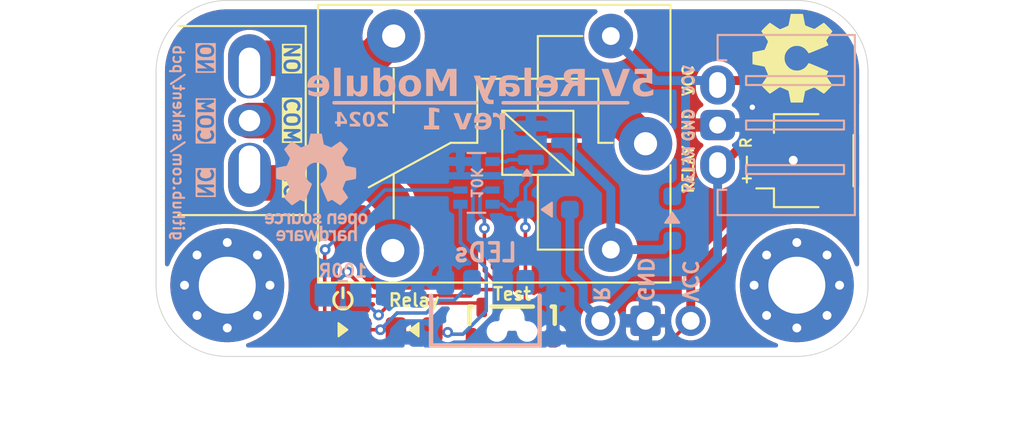
<source format=kicad_pcb>
(kicad_pcb (version 20240108) (generator "pcbnew") (generator_version "8.0")
  (layers (0 "F.Cu" signal) (31 "B.Cu" signal) (34 "B.Paste" user) (35 "F.Paste" user) (36 "B.SilkS" user "B.Silkscreen") (37 "F.SilkS" user "F.Silkscreen") (38 "B.Mask" user) (39 "F.Mask" user) (44 "Edge.Cuts" user))
  (net 0 "")
  (net 1 "+5V")
  (net 2 "GND")
  (net 3 "LED_GND")
  (net 4 "Net-(LED1-A)")
  (net 6 "RELAY_1_COIL")
  (net 7 "RELAY_1_MOSFET")
  (net 8 "RELAY_1_CONTROL")
  (net 9 "RELAY_1_SW_NO")
  (net 10 "RELAY_1_SW_NC")
  (net 11 "RELAY_1_SW_COMMON")
  (net 12 "Net-(LED0-A)")
  (net 13 "Net-(R1-Pad1)")
  (footprint "lcsc:SW-SMD_BZCN_TSA002A35XXX" (layer "F.Cu") (at 120 108.1 180)
    (property "Reference" "SW1" (hide yes))
    (property "Value" "Test Button")
    (pad "" np_thru_hole circle (at -0.85 -0.5 180) (size 0.65 0.65) (drill 0.65) (layers "F&B.Cu" "*.Mask"))
    (pad "" np_thru_hole circle (at 0.85 -0.5 180) (size 0.65 0.65) (drill 0.65) (layers "F&B.Cu" "*.Mask"))
    (pad "1" smd roundrect (at -1.7 0.85 180) (size 0.6 1.1) (layers "F.Cu" "F.Paste" "F.Mask") (net 7 "RELAY_1_MOSFET"))
    (pad "2" smd roundrect (at 1.7 0.85 180) (size 0.6 1.1) (layers "F.Cu" "F.Paste" "F.Mask") (net 13 "Net-(R1-Pad1)"))
    (pad "3" smd roundrect (at 2.3 -0.85 180) (size 0.6 1.1) (layers "F.Cu" "F.Paste" "F.Mask"))
    (pad "4" smd roundrect (at -2.3 -0.85 180) (size 0.6 1.1) (layers "F.Cu" "F.Paste" "F.Mask"))
  )
  (footprint "custom:Conn_Combo_TerminalBlock_P3.5_JST-XH_PH_1x03" (layer "F.Cu") (at 105.25 93.25 -90)
    (property "Reference" "J1" (hide yes))
    (property "Value" "P3.5")
    (pad "1" thru_hole oval (at 0.75 0 270) (size 3.6 2.4) (drill oval 2.7 1.2 (offset -0.3 0)) (layers "*.Cu" "*.Mask") (net 9 "RELAY_1_SW_NO"))
    (pad "2" thru_hole oval (at 3.5 0 270) (size 1.8 2.4) (drill oval 1.2) (layers "*.Cu" "*.Mask") (net 11 "RELAY_1_SW_COMMON"))
    (pad "3" thru_hole oval (at 6.25 0 270) (size 3.6 2.4) (drill oval 2.7 1.2 (offset 0.3 0)) (layers "*.Cu" "*.Mask") (net 10 "RELAY_1_SW_NC"))
  )
  (footprint "connector:JST_SH_SM03B-SRSS-TB_1x03-1MP_P1.00mm_Horizontal" (layer "F.Cu") (at 136.5 99 90)
    (property "Reference" "J0")
    (property "Value" "JST SH")
    (pad "1" smd roundrect (at -1 -2 90) (size 0.6 1.55) (layers "F.Cu" "F.Paste" "F.Mask") (net 1 "+5V"))
    (pad "2" smd roundrect (at 0 -2 90) (size 0.6 1.55) (layers "F.Cu" "F.Paste" "F.Mask") (net 2 "GND"))
    (pad "3" smd roundrect (at 1 -2 90) (size 0.6 1.55) (layers "F.Cu" "F.Paste" "F.Mask") (net 8 "RELAY_1_CONTROL"))
    (pad "MP" smd roundrect (at -2.3 1.875 90) (size 1.2 1.8) (layers "F.Cu" "F.Paste" "F.Mask") (roundrect_rratio 0.208333) (net 2 "GND"))
    (pad "MP" smd roundrect (at 2.3 1.875 90) (size 1.2 1.8) (layers "F.Cu" "F.Paste" "F.Mask") (roundrect_rratio 0.208333) (net 2 "GND"))
  )
  (footprint "custom:PinHeader_1x03_P2.54mm_Vertical_simple_pad2gnd" (layer "F.Cu") (at 130.04 108 -90)
    (property "Reference" "J10" (hide yes))
    (property "Value" "Pin Headers")
    (pad "1" thru_hole circle (at 0 0 270) (size 1.7 1.7) (drill 1) (layers "*.Cu" "*.Mask") (net 1 "+5V"))
    (pad "2" thru_hole roundrect (at 0 2.54 270) (size 1.7 1.7) (drill 1) (layers "*.Cu" "*.Mask") (roundrect_rratio 0.1470588235) (net 2 "GND"))
    (pad "3" thru_hole oval (at 0 5.08 270) (size 1.7 1.7) (drill 1) (layers "*.Cu" "*.Mask") (net 8 "RELAY_1_CONTROL"))
  )
  (footprint "MountingHole:MountingHole_3.2mm_M3_Pad_Via" (layer "F.Cu") (at 136 106)
    (property "Reference" "REF**" (hide yes))
    (property "Value" "MountingHole_3.2mm_M3_Pad_Via")
    (pad "1" thru_hole circle (at -2.4 0) (size 0.8 0.8) (drill 0.5) (layers "*.Cu" "*.Mask"))
    (pad "1" thru_hole circle (at -1.697056 -1.697056) (size 0.8 0.8) (drill 0.5) (layers "*.Cu" "*.Mask"))
    (pad "1" thru_hole circle (at -1.697056 1.697056) (size 0.8 0.8) (drill 0.5) (layers "*.Cu" "*.Mask"))
    (pad "1" thru_hole circle (at 0 -2.4) (size 0.8 0.8) (drill 0.5) (layers "*.Cu" "*.Mask"))
    (pad "1" thru_hole circle (at 0 0) (size 6.4 6.4) (drill 3.2) (layers "*.Cu" "*.Mask"))
    (pad "1" thru_hole circle (at 0 2.4) (size 0.8 0.8) (drill 0.5) (layers "*.Cu" "*.Mask"))
    (pad "1" thru_hole circle (at 1.697056 -1.697056) (size 0.8 0.8) (drill 0.5) (layers "*.Cu" "*.Mask"))
    (pad "1" thru_hole circle (at 1.697056 1.697056) (size 0.8 0.8) (drill 0.5) (layers "*.Cu" "*.Mask"))
    (pad "1" thru_hole circle (at 2.4 0) (size 0.8 0.8) (drill 0.5) (layers "*.Cu" "*.Mask"))
  )
  (footprint "custom:LED_0805_2012Metric_Pad1.15x1.40mm_HandSolder_simple" (layer "F.Cu") (at 114.5 108.5)
    (property "Reference" "LED1" (hide yes))
    (property "Value" "LED")
    (pad "1" smd roundrect (at -1.025 0) (size 1.15 1.4) (layers "F.Cu" "F.Paste" "F.Mask") (roundrect_rratio 0.217391) (net 3 "LED_GND"))
    (pad "2" smd roundrect (at 1.025 0) (size 1.15 1.4) (layers "F.Cu" "F.Paste" "F.Mask") (roundrect_rratio 0.217391) (net 4 "Net-(LED1-A)"))
  )
  (footprint "graphics:icon-power-1.5mm" (layer "F.Cu") (at 110.5 106.75)
    (property "Reference" "G***" (hide yes))
    (property "Value" "LOGO" (hide yes))
  )
  (footprint "custom:LED_0805_2012Metric_Pad1.15x1.40mm_HandSolder_simple" (layer "F.Cu") (at 110.5 108.5 180)
    (property "Reference" "LED0" (hide yes))
    (property "Value" "LED")
    (pad "1" smd roundrect (at -1.025 0 180) (size 1.15 1.4) (layers "F.Cu" "F.Paste" "F.Mask") (roundrect_rratio 0.217391) (net 3 "LED_GND"))
    (pad "2" smd roundrect (at 1.025 0 180) (size 1.15 1.4) (layers "F.Cu" "F.Paste" "F.Mask") (roundrect_rratio 0.217391) (net 12 "Net-(LED0-A)"))
  )
  (footprint "Relay_THT:Relay_SPDT_SANYOU_SRD_Series_Form_C" (layer "F.Cu") (at 127.5 98.05 180)
    (property "Reference" "K1" (hide yes))
    (property "Value" "Relay_SPDT")
    (pad "1" thru_hole circle (at 0 0 270) (size 3 3) (drill 1.3) (layers "*.Cu" "*.Mask") (net 11 "RELAY_1_SW_COMMON"))
    (pad "2" thru_hole circle (at 1.95 6.05 270) (size 2.5 2.5) (drill 1) (layers "*.Cu" "*.Mask") (net 1 "+5V"))
    (pad "3" thru_hole circle (at 14.15 6.05 270) (size 3 3) (drill 1.3) (layers "*.Cu" "*.Mask") (net 9 "RELAY_1_SW_NO"))
    (pad "4" thru_hole circle (at 14.2 -6 270) (size 3 3) (drill 1.3) (layers "*.Cu" "*.Mask") (net 10 "RELAY_1_SW_NC"))
    (pad "5" thru_hole circle (at 1.95 -5.95 270) (size 2.5 2.5) (drill 1) (layers "*.Cu" "*.Mask") (net 6 "RELAY_1_COIL"))
  )
  (footprint "MountingHole:MountingHole_3.2mm_M3_Pad_Via" (layer "F.Cu") (at 104 106)
    (property "Reference" "REF**" (hide yes))
    (property "Value" "MountingHole_3.2mm_M3_Pad_Via")
    (pad "1" thru_hole circle (at -2.4 0) (size 0.8 0.8) (drill 0.5) (layers "*.Cu" "*.Mask"))
    (pad "1" thru_hole circle (at -1.697056 -1.697056) (size 0.8 0.8) (drill 0.5) (layers "*.Cu" "*.Mask"))
    (pad "1" thru_hole circle (at -1.697056 1.697056) (size 0.8 0.8) (drill 0.5) (layers "*.Cu" "*.Mask"))
    (pad "1" thru_hole circle (at 0 -2.4) (size 0.8 0.8) (drill 0.5) (layers "*.Cu" "*.Mask"))
    (pad "1" thru_hole circle (at 0 0) (size 6.4 6.4) (drill 3.2) (layers "*.Cu" "*.Mask"))
    (pad "1" thru_hole circle (at 0 2.4) (size 0.8 0.8) (drill 0.5) (layers "*.Cu" "*.Mask"))
    (pad "1" thru_hole circle (at 1.697056 -1.697056) (size 0.8 0.8) (drill 0.5) (layers "*.Cu" "*.Mask"))
    (pad "1" thru_hole circle (at 1.697056 1.697056) (size 0.8 0.8) (drill 0.5) (layers "*.Cu" "*.Mask"))
    (pad "1" thru_hole circle (at 2.4 0) (size 0.8 0.8) (drill 0.5) (layers "*.Cu" "*.Mask"))
  )
  (footprint "graphics:oshw-logo-5mm" (layer "F.Cu") (at 135.75 93.25 90)
    (property "Reference" "G***" (hide yes))
    (property "Value" "LOGO" (hide yes))
  )
  (footprint "Symbol:OSHW-Logo_5.7x6mm_SilkScreen" (layer "B.Cu") (at 109 100.5 180)
    (property "Reference" "REF**" (hide yes))
    (property "Value" "OSHW-Logo_5.7x6mm_SilkScreen" (hide yes))
  )
  (footprint "Resistor_SMD:R_Array_Convex_4x0603" (layer "B.Cu") (at 118 100.25)
    (property "Reference" "RN1" (hide yes))
    (property "Value" "10K")
    (pad "1" smd rect (at -0.9 1.2) (size 0.8 0.5) (layers "B.Cu" "B.Paste" "B.Mask") (net 4 "Net-(LED1-A)"))
    (pad "2" smd rect (at -0.9 0.4) (size 0.8 0.4) (layers "B.Cu" "B.Paste" "B.Mask") (net 12 "Net-(LED0-A)"))
    (pad "3" smd rect (at -0.9 -0.4) (size 0.8 0.4) (layers "B.Cu" "B.Paste" "B.Mask") (net 2 "GND"))
    (pad "4" smd rect (at -0.9 -1.2) (size 0.8 0.5) (layers "B.Cu" "B.Paste" "B.Mask") (net 2 "GND"))
    (pad "5" smd rect (at 0.9 -1.2) (size 0.8 0.5) (layers "B.Cu" "B.Paste" "B.Mask") (net 7 "RELAY_1_MOSFET"))
    (pad "6" smd rect (at 0.9 -0.4) (size 0.8 0.4) (layers "B.Cu" "B.Paste" "B.Mask") (net 2 "GND"))
    (pad "7" smd rect (at 0.9 0.4) (size 0.8 0.4) (layers "B.Cu" "B.Paste" "B.Mask") (net 1 "+5V"))
    (pad "8" smd rect (at 0.9 1.2) (size 0.8 0.5) (layers "B.Cu" "B.Paste" "B.Mask") (net 7 "RELAY_1_MOSFET"))
  )
  (footprint "custom:D_SOD-323_HandSoldering_simple" (layer "B.Cu") (at 129 102.25 -90)
    (property "Reference" "D1" (hide yes))
    (property "Value" "1N4148WS")
    (pad "1" smd roundrect (at -1.25 0 270) (size 1 1) (layers "B.Cu" "B.Paste" "B.Mask") (net 1 "+5V"))
    (pad "2" smd roundrect (at 1.25 0 270) (size 1 1) (layers "B.Cu" "B.Paste" "B.Mask") (net 6 "RELAY_1_COIL"))
  )
  (footprint "custom:D_SOD-323_HandSoldering_simple" (layer "B.Cu") (at 122 101.75)
    (property "Reference" "D3" (hide yes))
    (property "Value" "1N4148WS")
    (pad "1" smd roundrect (at -1.25 0) (size 1 1) (layers "B.Cu" "B.Paste" "B.Mask") (net 7 "RELAY_1_MOSFET"))
    (pad "2" smd roundrect (at 1.25 0) (size 1 1) (layers "B.Cu" "B.Paste" "B.Mask") (net 8 "RELAY_1_CONTROL"))
  )
  (footprint "custom:Conn_Combo_JST-1x03-XH_PH-THT_pad2gnd" (layer "B.Cu") (at 131.55 94.5 -90)
    (property "Reference" "J2" (hide yes))
    (property "Value" "JST XH/PH")
    (pad "1" thru_hole oval (at 0.25 0 270) (size 2.2 1.95) (drill oval 1.45 0.95) (layers "*.Cu" "*.Mask") (net 1 "+5V"))
    (pad "2" thru_hole roundrect (at 2.5 0 270) (size 1.7 1.95) (drill 0.95) (layers "*.Cu" "*.Mask") (net 2 "GND"))
    (pad "3" thru_hole oval (at 4.75 0 270) (size 2.2 1.95) (drill oval 1.45 0.95) (layers "*.Cu" "*.Mask") (net 8 "RELAY_1_CONTROL"))
  )
  (footprint "custom:SOT-23_simple" (layer "B.Cu") (at 122 98)
    (property "Reference" "Q1" (hide yes))
    (property "Value" "BSS138")
    (pad "1" smd roundrect (at -0.9375 0.95) (size 1.475 0.6) (layers "B.Cu" "B.Paste" "B.Mask") (net 7 "RELAY_1_MOSFET"))
    (pad "2" smd roundrect (at -0.9375 -0.95) (size 1.475 0.6) (layers "B.Cu" "B.Paste" "B.Mask") (net 2 "GND"))
    (pad "3" smd roundrect (at 0.9375 0) (size 1.475 0.6) (layers "B.Cu" "B.Paste" "B.Mask") (net 6 "RELAY_1_COIL"))
  )
  (footprint "Resistor_SMD:R_0805_2012Metric_Pad1.20x1.40mm_HandSolder" (layer "B.Cu") (at 110.5 106.5 180)
    (property "Reference" "R1" (hide yes))
    (property "Value" "100R")
    (pad "1" smd roundrect (at -1 0 180) (size 1.2 1.4) (layers "B.Cu" "B.Paste" "B.Mask") (roundrect_rratio 0.208333) (net 13 "Net-(R1-Pad1)"))
    (pad "2" smd roundrect (at 1 0 180) (size 1.2 1.4) (layers "B.Cu" "B.Paste" "B.Mask") (roundrect_rratio 0.208333) (net 1 "+5V"))
  )
  (footprint "lcsc:SW-SMD_3P-P1.50_L2.7-W6.6" (layer "B.Cu") (at 118.5 107.4 180)
    (property "Reference" "SW0" (hide yes))
    (property "Value" "SW_SPDT_MountingPin")
    (pad "" np_thru_hole circle (at -1.5 -0.46 180) (size 0.9 0.9) (drill 0.9) (layers "F&B.Cu" "*.Mask"))
    (pad "" np_thru_hole circle (at 1.5 -0.46 180) (size 0.9 0.9) (drill 0.9) (layers "F&B.Cu" "*.Mask"))
    (pad "1" smd roundrect (at -2.25 1.56 180) (size 1 1.4) (layers "B.Cu" "B.Paste" "B.Mask"))
    (pad "2" smd roundrect (at 0.75 1.56 180) (size 1 1.4) (layers "B.Cu" "B.Paste" "B.Mask") (net 3 "LED_GND"))
    (pad "3" smd roundrect (at 2.25 1.56 180) (size 1 1.4) (layers "B.Cu" "B.Paste" "B.Mask") (net 2 "GND"))
    (pad "MP" smd roundrect (at -3.8 -1.56 180) (size 1 1) (layers "B.Cu" "B.Paste" "B.Mask") (net 2 "GND"))
    (pad "MP" smd roundrect (at -3.8 0.64 180) (size 1 1) (layers "B.Cu" "B.Paste" "B.Mask") (net 2 "GND"))
    (pad "MP" smd roundrect (at 3.8 -1.56 180) (size 1 1) (layers "B.Cu" "B.Paste" "B.Mask") (net 2 "GND"))
    (pad "MP" smd roundrect (at 3.8 0.64 180) (size 1 1) (layers "B.Cu" "B.Paste" "B.Mask") (net 2 "GND"))
  )
  (gr_line (start 126.5 95.75) (end 119.5 95.75) (stroke (width 0.2)) (layer "B.SilkS"))
  (gr_line (start 118 95.75) (end 110 95.75) (stroke (width 0.2)) (layer "B.SilkS"))
  (gr_poly (pts (arc (start 104 90) (mid 101.171573 91.171573) (end 100 94)) (arc (start 100 106) (mid 101.171573 108.828427) (end 104 110)) (arc (start 136 110) (mid 138.828427 108.828427) (end 140 106)) (arc (start 140 94) (mid 138.828427 91.171573) (end 136 90))) (stroke (width 0.05)) (fill none) (layer "Edge.Cuts"))
  (gr_text "100R" (at 110.5 105.6 0) (layer "B.SilkS") (effects (font (size 0.7 0.7) (thickness 0.14) (bold yes)) (justify bottom mirror)))
  (gr_text "LEDs" (at 118.5 104.75 -0) (layer "B.SilkS") (effects (font (size 1 1) (thickness 0.2) (bold yes)) (justify bottom mirror)))
  (gr_text "NC" (at 102.75 100.25 -90) (layer "B.SilkS" knockout) (effects (font (size 0.8 0.8) (thickness 0.16) (bold yes)) (justify mirror)))
  (gr_text "5V Relay Module" (at 118.25 94.75 0) (layer "B.SilkS") (effects (font (size 1.5 1.5) (thickness 0.3) (bold yes)) (justify mirror)))
  (gr_text "rev 1" (at 119.75 96.75 0) (layer "B.SilkS") (effects (font (size 1.2 1.2) (thickness 0.24) (bold yes)) (justify left mirror)))
  (gr_text "RELAY" (at 130.3 99.5 90) (layer "B.SilkS") (effects (font (size 0.6 0.6) (thickness 0.12) (bold yes)) (justify bottom mirror)))
  (gr_text "NO" (at 102.75 93.25 -90) (layer "B.SilkS" knockout) (effects (font (size 0.8 0.8) (thickness 0.16) (bold yes)) (justify mirror)))
  (gr_text "10K" (at 118 100.25 -90) (layer "B.SilkS") (effects (font (size 0.6 0.6) (thickness 0.12) (bold yes)) (justify mirror)))
  (gr_text "2024" (at 110 96.75 0) (layer "B.SilkS") (effects (font (size 0.8 0.8) (thickness 0.24) (bold yes)) (justify right mirror)))
  (gr_text "R" (at 125 107 -90) (layer "B.SilkS") (effects (font (size 0.8 0.8) (thickness 0.16) (bold yes)) (justify left mirror)))
  (gr_text "github.com/smkent/pcb" (at 101.25 98 -90) (layer "B.SilkS") (effects (font (size 0.6 0.6) (thickness 0.12) (bold yes)) (justify mirror)))
  (gr_text "VCC" (at 130.3 94.5 90) (layer "B.SilkS") (effects (font (size 0.6 0.6) (thickness 0.12) (bold yes)) (justify bottom mirror)))
  (gr_text "GND" (at 127.5 107 -90) (layer "B.SilkS") (effects (font (size 0.8 0.8) (thickness 0.16) (bold yes)) (justify left mirror)))
  (gr_text "VCC" (at 130 107 -90) (layer "B.SilkS") (effects (font (size 0.8 0.8) (thickness 0.16) (bold yes)) (justify left mirror)))
  (gr_text "GND" (at 130.3 97 90) (layer "B.SilkS") (effects (font (size 0.6 0.6) (thickness 0.12) (bold yes)) (justify bottom mirror)))
  (gr_text "COM" (at 102.75 96.75 -90) (layer "B.SilkS" knockout) (effects (font (size 0.8 0.8) (thickness 0.16) (bold yes)) (justify mirror)))
  (gr_text "Relay" (at 114.5 107.25 0) (layer "F.SilkS") (effects (font (size 0.7 0.7) (thickness 0.14) (bold yes)) (justify bottom)))
  (gr_text "VCC" (at 130.25 94.5 90) (layer "F.SilkS") (effects (font (size 0.6 0.6) (thickness 0.12) (bold yes)) (justify bottom)))
  (gr_text "GND" (at 130.25 97 90) (layer "F.SilkS") (effects (font (size 0.6 0.6) (thickness 0.12) (bold yes)) (justify bottom)))
  (gr_text "Test" (at 120 106.9 0) (layer "F.SilkS") (effects (font (size 0.7 0.7) (thickness 0.14) (bold yes)) (justify bottom)))
  (gr_text "R" (at 133.5 98 90) (layer "F.SilkS") (effects (font (size 0.6 0.6) (thickness 0.12) (bold yes)) (justify bottom)))
  (gr_text "COM" (at 107.6 96.75 -90) (layer "F.SilkS" knockout) (effects (font (size 0.8 0.8) (thickness 0.16) (bold yes))))
  (gr_text "NO" (at 107.6 93.25 -90) (layer "F.SilkS" knockout) (effects (font (size 0.8 0.8) (thickness 0.16) (bold yes))))
  (gr_text "+" (at 133.5 100 90) (layer "F.SilkS") (effects (font (size 0.6 0.6) (thickness 0.12) (bold yes)) (justify bottom)))
  (gr_text "RELAY" (at 130.25 99.5 90) (layer "F.SilkS") (effects (font (size 0.6 0.6) (thickness 0.12) (bold yes)) (justify bottom)))
  (gr_text "-" (at 133.5 99 90) (layer "F.SilkS") (effects (font (size 0.6 0.6) (thickness 0.12) (bold yes)) (justify bottom)))
  (gr_text "NC" (at 107.6 100.25 -90) (layer "F.SilkS" knockout) (effects (font (size 0.8 0.8) (thickness 0.16) (bold yes))))
  (segment (start 118.448454 102.795103) (end 118.448454 105.189006) (width 0.2) (layer "F.Cu") (net 1))
  (segment (start 133.5 94.5) (end 131.55 94.5) (width 0.5) (layer "F.Cu") (net 1))
  (segment (start 120.8 107.528629) (end 120.331371 107.06) (width 0.2) (layer "F.Cu") (net 1))
  (segment (start 118.014172 106.245276) (end 117.659448 106.6) (width 0.2) (layer "F.Cu") (net 1))
  (segment (start 134.5 101) (end 130.04 105.46) (width 0.5) (layer "F.Cu") (net 1))
  (segment (start 130.04 108) (end 128.64 109.4) (width 0.2) (layer "F.Cu") (net 1))
  (segment (start 135.75 96.75) (end 133.5 94.5) (width 0.5) (layer "F.Cu") (net 1))
  (segment (start 119.504724 106.245276) (end 118.014172 106.245276) (width 0.2) (layer "F.Cu") (net 1))
  (segment (start 128.64 109.4) (end 124.15 109.4) (width 0.2) (layer "F.Cu") (net 1))
  (segment (start 122.85 108.1) (end 121.359448 108.1) (width 0.2) (layer "F.Cu") (net 1))
  (segment (start 134.5 100) (end 136.25 100) (width 0.5) (layer "F.Cu") (net 1))
  (segment (start 120.319448 107.06) (end 119.659448 106.4) (width 0.2) (layer "F.Cu") (net 1))
  (segment (start 118.448454 105.189006) (end 119.659448 106.4) (width 0.2) (layer "F.Cu") (net 1))
  (segment (start 119.659448 106.4) (end 119.504724 106.245276) (width 0.2) (layer "F.Cu") (net 1))
  (segment (start 124.15 109.4) (end 122.85 108.1) (width 0.2) (layer "F.Cu") (net 1))
  (segment (start 135.75 97.584745) (end 135.75 96.75) (width 0.5) (layer "F.Cu") (net 1))
  (segment (start 117.659448 106.6) (end 112.1 106.6) (width 0.2) (layer "F.Cu") (net 1))
  (segment (start 121.359448 108.1) (end 120.8 107.540552) (width 0.2) (layer "F.Cu") (net 1))
  (segment (start 120.331371 107.06) (end 120.319448 107.06) (width 0.2) (layer "F.Cu") (net 1))
  (segment (start 136.25 100) (end 136.75 99.5) (width 0.5) (layer "F.Cu") (net 1))
  (segment (start 120.8 107.540552) (end 120.8 107.528629) (width 0.2) (layer "F.Cu") (net 1))
  (segment (start 134.5 100) (end 134.5 101) (width 0.5) (layer "F.Cu") (net 1))
  (segment (start 136.75 99.5) (end 136.75 98.584745) (width 0.5) (layer "F.Cu") (net 1))
  (segment (start 112.1 106.6) (end 110.75 105.25) (width 0.2) (layer "F.Cu") (net 1))
  (segment (start 136.75 98.584745) (end 135.75 97.584745) (width 0.5) (layer "F.Cu") (net 1))
  (segment (start 130.04 105.46) (end 130.04 108) (width 0.5) (layer "F.Cu") (net 1))
  (via (at 118.448454 102.795103) (size 0.6) (drill 0.3) (layers "F.Cu" "B.Cu") (net 1))
  (via (at 110.75 105.25) (size 0.6) (drill 0.3) (layers "F.Cu" "B.Cu") (net 1))
  (segment (start 118.2 100.9) (end 118.45 100.65) (width 0.2) (layer "B.Cu") (net 1))
  (segment (start 118.448454 102.795103) (end 118.448454 102.298454) (width 0.2) (layer "B.Cu") (net 1))
  (segment (start 118.2 102.05) (end 118.2 100.9) (width 0.2) (layer "B.Cu") (net 1))
  (segment (start 118.448454 102.298454) (end 118.2 102.05) (width 0.2) (layer "B.Cu") (net 1))
  (segment (start 129 101) (end 129.75 100.25) (width 0.5) (layer "B.Cu") (net 1))
  (segment (start 128.05 94.5) (end 125.55 92) (width 0.5) (layer "B.Cu") (net 1))
  (segment (start 129.75 100.25) (end 129.75 94.5) (width 0.5) (layer "B.Cu") (net 1))
  (segment (start 131.55 94.5) (end 128.05 94.5) (width 0.5) (layer "B.Cu") (net 1))
  (segment (start 118.45 100.65) (end 118.9 100.65) (width 0.2) (layer "B.Cu") (net 1))
  (segment (start 109.5 106.5) (end 110.75 105.25) (width 0.2) (layer "B.Cu") (net 1))
  (segment (start 129.75 94.5) (end 131.55 94.5) (width 0.5) (layer "B.Cu") (net 1))
  (segment (start 135.778248 99) (end 135.8 98.978248) (width 0.5) (layer "F.Cu") (net 2))
  (segment (start 134.5 99) (end 135.778248 99) (width 0.5) (layer "F.Cu") (net 2))
  (via (at 133.5 96) (size 0.6) (drill 0.3) (layers "F.Cu" "B.Cu") (net 2))
  (via (at 135.8 98.978248) (size 1) (drill 0.5) (layers "F.Cu" "B.Cu") (net 2))
  (segment (start 114.7 108.96) (end 115.14 109.4) (width 0.2) (layer "B.Cu") (net 2))
  (segment (start 118.9 99.85) (end 118.3 99.85) (width 0.2) (layer "B.Cu") (net 2))
  (segment (start 117.8 103.3) (end 119.95 105.45) (width 0.2) (layer "B.Cu") (net 2))
  (segment (start 121.86 109.4) (end 122.3 108.96) (width 0.2) (layer "B.Cu") (net 2))
  (segment (start 119.95 105.45) (end 119.95 106.524744) (width 0.2) (layer "B.Cu") (net 2))
  (segment (start 117.8 100.35) (end 117.8 103.3) (width 0.2) (layer "B.Cu") (net 2))
  (segment (start 115.14 109.4) (end 121.86 109.4) (width 0.2) (layer "B.Cu") (net 2))
  (segment (start 118.3 99.85) (end 117.8 100.35) (width 0.2) (layer "B.Cu") (net 2))
  (segment (start 120.425256 107) (end 122.06 107) (width 0.2) (layer "B.Cu") (net 2))
  (segment (start 122.06 107) (end 122.3 106.76) (width 0.2) (layer "B.Cu") (net 2))
  (segment (start 119.95 106.524744) (end 120.425256 107) (width 0.2) (layer "B.Cu") (net 2))
  (segment (start 113.475 108.5) (end 111.525 108.5) (width 0.2) (layer "F.Cu") (net 3))
  (via (at 112.6 108.5) (size 0.6) (drill 0.3) (layers "F.Cu" "B.Cu") (net 3))
  (segment (start 115.184744 107.56) (end 113.54 107.56) (width 0.2) (layer "B.Cu") (net 3))
  (segment (start 115.904744 106.84) (end 115.184744 107.56) (width 0.2) (layer "B.Cu") (net 3))
  (segment (start 113.54 107.56) (end 112.6 108.5) (width 0.2) (layer "B.Cu") (net 3))
  (segment (start 116.75 106.84) (end 115.904744 106.84) (width 0.2) (layer "B.Cu") (net 3))
  (segment (start 117.75 105.84) (end 116.75 106.84) (width 0.2) (layer "B.Cu") (net 3))
  (segment (start 116.384356 108.648025) (end 115.673025 108.648025) (width 0.2) (layer "F.Cu") (net 4))
  (segment (start 115.673025 108.648025) (end 115.525 108.5) (width 0.2) (layer "F.Cu") (net 4))
  (via (at 116.384356 108.648025) (size 0.6) (drill 0.3) (layers "F.Cu" "B.Cu") (net 4))
  (segment (start 118.55 105.05) (end 118.55 107.441371) (width 0.2) (layer "B.Cu") (net 4))
  (segment (start 117.1 103.6) (end 118.55 105.05) (width 0.2) (layer "B.Cu") (net 4))
  (segment (start 116.486331 108.75) (end 116.384356 108.648025) (width 0.2) (layer "B.Cu") (net 4))
  (segment (start 118.55 107.441371) (end 117.241371 108.75) (width 0.2) (layer "B.Cu") (net 4))
  (segment (start 117.1 101.45) (end 117.1 103.6) (width 0.2) (layer "B.Cu") (net 4))
  (segment (start 117.241371 108.75) (end 116.486331 108.75) (width 0.2) (layer "B.Cu") (net 4))
  (segment (start 128.5 104) (end 129 103.5) (width 0.5) (layer "B.Cu") (net 6))
  (segment (start 122.9375 98) (end 125.55 100.6125) (width 0.5) (layer "B.Cu") (net 6))
  (segment (start 125.55 100.6125) (end 125.55 104) (width 0.5) (layer "B.Cu") (net 6))
  (segment (start 125.55 104) (end 128.5 104) (width 0.5) (layer "B.Cu") (net 6))
  (segment (start 120.75 106.824866) (end 121.175134 107.25) (width 0.2) (layer "F.Cu") (net 7))
  (segment (start 121.175134 107.25) (end 121.7 107.25) (width 0.2) (layer "F.Cu") (net 7))
  (segment (start 120.75 102.75) (end 120.75 106.824866) (width 0.2) (layer "F.Cu") (net 7))
  (via (at 120.75 102.75) (size 0.6) (drill 0.3) (layers "F.Cu" "B.Cu") (net 7))
  (segment (start 119.45 101.45) (end 119.75 101.75) (width 0.2) (layer "B.Cu") (net 7))
  (segment (start 118.9 101.45) (end 119.45 101.45) (width 0.2) (layer "B.Cu") (net 7))
  (segment (start 120.75 102.75) (end 120.75 101.75) (width 0.2) (layer "B.Cu") (net 7))
  (segment (start 119.8 98.95) (end 121.0625 98.95) (width 0.2) (layer "B.Cu") (net 7))
  (segment (start 119.7 99.05) (end 119.8 98.95) (width 0.2) (layer "B.Cu") (net 7))
  (segment (start 120.75 100.5) (end 121.0625 100.1875) (width 0.2) (layer "B.Cu") (net 7))
  (segment (start 120.75 101.75) (end 120.75 100.5) (width 0.2) (layer "B.Cu") (net 7))
  (segment (start 121.0625 100.1875) (end 121.0625 98.95) (width 0.2) (layer "B.Cu") (net 7))
  (segment (start 119.75 101.75) (end 120.75 101.75) (width 0.2) (layer "B.Cu") (net 7))
  (segment (start 118.9 99.05) (end 119.7 99.05) (width 0.2) (layer "B.Cu") (net 7))
  (segment (start 134.5 98) (end 133.05 98) (width 0.5) (layer "F.Cu") (net 8))
  (segment (start 133.05 98) (end 131.55 99.5) (width 0.5) (layer "F.Cu") (net 8))
  (segment (start 123.25 105.25) (end 123.25 101.75) (width 0.5) (layer "B.Cu") (net 8))
  (segment (start 124 107.04) (end 124 106) (width 0.5) (layer "B.Cu") (net 8))
  (segment (start 131.55 99.5) (end 131.55 104.45) (width 0.5) (layer "B.Cu") (net 8))
  (segment (start 124.96 108) (end 124 107.04) (width 0.5) (layer "B.Cu") (net 8))
  (segment (start 126.96 106) (end 124.96 108) (width 0.5) (layer "B.Cu") (net 8))
  (segment (start 131.55 104.45) (end 130 106) (width 0.5) (layer "B.Cu") (net 8))
  (segment (start 124 106) (end 123.25 105.25) (width 0.5) (layer "B.Cu") (net 8))
  (segment (start 130 106) (end 126.96 106) (width 0.5) (layer "B.Cu") (net 8))
  (segment (start 112.1 93.25) (end 113.35 92) (width 2) (layer "F.Cu") (net 9))
  (segment (start 105.25 93.75) (end 105.75 93.25) (width 2) (layer "F.Cu") (net 9))
  (segment (start 105.75 93.25) (end 112.1 93.25) (width 2) (layer "F.Cu") (net 9))
  (segment (start 113.3 104.05) (end 113.3 101.3) (width 2) (layer "F.Cu") (net 10))
  (segment (start 105.75 100.25) (end 105.25 99.75) (width 2) (layer "F.Cu") (net 10))
  (segment (start 112.25 100.25) (end 105.75 100.25) (width 2) (layer "F.Cu") (net 10))
  (segment (start 113.3 101.3) (end 112.25 100.25) (width 2) (layer "F.Cu") (net 10))
  (segment (start 127.5 98) (end 127.5 98.05) (width 2) (layer "F.Cu") (net 11))
  (segment (start 126.25 96.75) (end 105.25 96.75) (width 2) (layer "F.Cu") (net 11))
  (segment (start 126.25 96.75) (end 127.5 98) (width 2) (layer "F.Cu") (net 11))
  (segment (start 109.5 104) (end 109.475 104.025) (width 0.2) (layer "F.Cu") (net 12))
  (segment (start 109.475 104.025) (end 109.475 108.5) (width 0.2) (layer "F.Cu") (net 12))
  (via (at 109.5 104) (size 0.6) (drill 0.3) (layers "F.Cu" "B.Cu") (net 12))
  (segment (start 112.85 100.65) (end 117.1 100.65) (width 0.2) (layer "B.Cu") (net 12))
  (segment (start 109.5 104) (end 112.85 100.65) (width 0.2) (layer "B.Cu") (net 12))
  (segment (start 112.499999 107.672829) (end 113.172828 107) (width 0.2) (layer "F.Cu") (net 13))
  (segment (start 118.05 107) (end 118.3 107.25) (width 0.2) (layer "F.Cu") (net 13))
  (segment (start 113.172828 107) (end 118.05 107) (width 0.2) (layer "F.Cu") (net 13))
  (via (at 112.499999 107.672829) (size 0.6) (drill 0.3) (layers "F.Cu" "B.Cu") (net 13))
  (segment (start 112.499999 107.672829) (end 111.5 106.67283) (width 0.2) (layer "B.Cu") (net 13))
  (segment (start 111.5 106.67283) (end 111.5 106.5) (width 0.2) (layer "B.Cu") (net 13))
  (zone (net 2) (net_name "GND") (layers "F&B.Cu") (connect_pads (clearance 0.25)) (min_thickness 0.25) (fill yes (thermal_gap 0.25) (thermal_bridge_width 0.75))
    (polygon (pts (xy 100 90) (xy 140 90) (xy 140 110) (xy 100 110)))
  )
)
</source>
